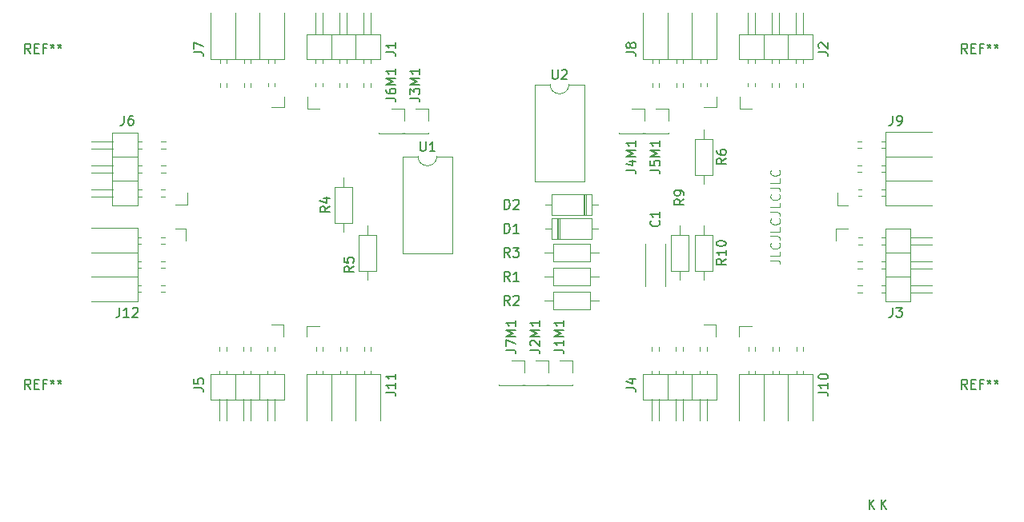
<source format=gbr>
%TF.GenerationSoftware,KiCad,Pcbnew,(5.0.2)-1*%
%TF.CreationDate,2019-05-02T00:01:05-05:00*%
%TF.ProjectId,vcaMain,7663614d-6169-46e2-9e6b-696361645f70,rev?*%
%TF.SameCoordinates,Original*%
%TF.FileFunction,Legend,Top*%
%TF.FilePolarity,Positive*%
%FSLAX46Y46*%
G04 Gerber Fmt 4.6, Leading zero omitted, Abs format (unit mm)*
G04 Created by KiCad (PCBNEW (5.0.2)-1) date 5/2/2019 12:01:05 AM*
%MOMM*%
%LPD*%
G01*
G04 APERTURE LIST*
%ADD10C,0.100000*%
%ADD11C,0.120000*%
%ADD12C,0.150000*%
G04 APERTURE END LIST*
D10*
X173442380Y-101139047D02*
X174156666Y-101139047D01*
X174299523Y-101186666D01*
X174394761Y-101281904D01*
X174442380Y-101424761D01*
X174442380Y-101520000D01*
X174442380Y-100186666D02*
X174442380Y-100662857D01*
X173442380Y-100662857D01*
X174347142Y-99281904D02*
X174394761Y-99329523D01*
X174442380Y-99472380D01*
X174442380Y-99567619D01*
X174394761Y-99710476D01*
X174299523Y-99805714D01*
X174204285Y-99853333D01*
X174013809Y-99900952D01*
X173870952Y-99900952D01*
X173680476Y-99853333D01*
X173585238Y-99805714D01*
X173490000Y-99710476D01*
X173442380Y-99567619D01*
X173442380Y-99472380D01*
X173490000Y-99329523D01*
X173537619Y-99281904D01*
X173442380Y-98567619D02*
X174156666Y-98567619D01*
X174299523Y-98615238D01*
X174394761Y-98710476D01*
X174442380Y-98853333D01*
X174442380Y-98948571D01*
X174442380Y-97615238D02*
X174442380Y-98091428D01*
X173442380Y-98091428D01*
X174347142Y-96710476D02*
X174394761Y-96758095D01*
X174442380Y-96900952D01*
X174442380Y-96996190D01*
X174394761Y-97139047D01*
X174299523Y-97234285D01*
X174204285Y-97281904D01*
X174013809Y-97329523D01*
X173870952Y-97329523D01*
X173680476Y-97281904D01*
X173585238Y-97234285D01*
X173490000Y-97139047D01*
X173442380Y-96996190D01*
X173442380Y-96900952D01*
X173490000Y-96758095D01*
X173537619Y-96710476D01*
X173442380Y-95996190D02*
X174156666Y-95996190D01*
X174299523Y-96043809D01*
X174394761Y-96139047D01*
X174442380Y-96281904D01*
X174442380Y-96377142D01*
X174442380Y-95043809D02*
X174442380Y-95520000D01*
X173442380Y-95520000D01*
X174347142Y-94139047D02*
X174394761Y-94186666D01*
X174442380Y-94329523D01*
X174442380Y-94424761D01*
X174394761Y-94567619D01*
X174299523Y-94662857D01*
X174204285Y-94710476D01*
X174013809Y-94758095D01*
X173870952Y-94758095D01*
X173680476Y-94710476D01*
X173585238Y-94662857D01*
X173490000Y-94567619D01*
X173442380Y-94424761D01*
X173442380Y-94329523D01*
X173490000Y-94186666D01*
X173537619Y-94139047D01*
X173442380Y-93424761D02*
X174156666Y-93424761D01*
X174299523Y-93472380D01*
X174394761Y-93567619D01*
X174442380Y-93710476D01*
X174442380Y-93805714D01*
X174442380Y-92472380D02*
X174442380Y-92948571D01*
X173442380Y-92948571D01*
X174347142Y-91567619D02*
X174394761Y-91615238D01*
X174442380Y-91758095D01*
X174442380Y-91853333D01*
X174394761Y-91996190D01*
X174299523Y-92091428D01*
X174204285Y-92139047D01*
X174013809Y-92186666D01*
X173870952Y-92186666D01*
X173680476Y-92139047D01*
X173585238Y-92091428D01*
X173490000Y-91996190D01*
X173442380Y-91853333D01*
X173442380Y-91758095D01*
X173490000Y-91615238D01*
X173537619Y-91567619D01*
D11*
X166730000Y-79820000D02*
X166730000Y-80230000D01*
X166730000Y-82330000D02*
X166730000Y-82710000D01*
X166010000Y-79820000D02*
X166010000Y-80230000D01*
X166010000Y-82330000D02*
X166010000Y-82710000D01*
X164190000Y-79820000D02*
X164190000Y-80230000D01*
X164190000Y-82330000D02*
X164190000Y-82770000D01*
X163470000Y-79820000D02*
X163470000Y-80230000D01*
X163470000Y-82330000D02*
X163470000Y-82770000D01*
X161650000Y-79820000D02*
X161650000Y-80230000D01*
X161650000Y-82330000D02*
X161650000Y-82770000D01*
X160930000Y-79820000D02*
X160930000Y-80230000D01*
X160930000Y-82330000D02*
X160930000Y-82770000D01*
X165100000Y-74930000D02*
X165100000Y-79820000D01*
X162560000Y-74930000D02*
X162560000Y-79820000D01*
X167703500Y-74930000D02*
X167703500Y-79819500D01*
X167703500Y-79819500D02*
X159956500Y-79819500D01*
X159956500Y-74930000D02*
X159956500Y-79819500D01*
X167700000Y-84930000D02*
X166370000Y-84930000D01*
X167700000Y-83820000D02*
X167700000Y-84930000D01*
X185610000Y-94340000D02*
X185200000Y-94340000D01*
X183100000Y-94340000D02*
X182720000Y-94340000D01*
X185610000Y-93620000D02*
X185200000Y-93620000D01*
X183100000Y-93620000D02*
X182720000Y-93620000D01*
X185610000Y-91800000D02*
X185200000Y-91800000D01*
X183100000Y-91800000D02*
X182660000Y-91800000D01*
X185610000Y-91080000D02*
X185200000Y-91080000D01*
X183100000Y-91080000D02*
X182660000Y-91080000D01*
X185610000Y-89260000D02*
X185200000Y-89260000D01*
X183100000Y-89260000D02*
X182660000Y-89260000D01*
X185610000Y-88540000D02*
X185200000Y-88540000D01*
X183100000Y-88540000D02*
X182660000Y-88540000D01*
X190500000Y-92710000D02*
X185610000Y-92710000D01*
X190500000Y-90170000D02*
X185610000Y-90170000D01*
X190500000Y-95313500D02*
X185610500Y-95313500D01*
X185610500Y-95313500D02*
X185610500Y-87566500D01*
X190500000Y-87566500D02*
X185610500Y-87566500D01*
X180500000Y-95310000D02*
X180500000Y-93980000D01*
X181610000Y-95310000D02*
X180500000Y-95310000D01*
X171090000Y-113220000D02*
X171090000Y-112810000D01*
X171090000Y-110710000D02*
X171090000Y-110330000D01*
X171810000Y-113220000D02*
X171810000Y-112810000D01*
X171810000Y-110710000D02*
X171810000Y-110330000D01*
X173630000Y-113220000D02*
X173630000Y-112810000D01*
X173630000Y-110710000D02*
X173630000Y-110270000D01*
X174350000Y-113220000D02*
X174350000Y-112810000D01*
X174350000Y-110710000D02*
X174350000Y-110270000D01*
X176170000Y-113220000D02*
X176170000Y-112810000D01*
X176170000Y-110710000D02*
X176170000Y-110270000D01*
X176890000Y-113220000D02*
X176890000Y-112810000D01*
X176890000Y-110710000D02*
X176890000Y-110270000D01*
X172720000Y-118110000D02*
X172720000Y-113220000D01*
X175260000Y-118110000D02*
X175260000Y-113220000D01*
X170116500Y-118110000D02*
X170116500Y-113220500D01*
X170116500Y-113220500D02*
X177863500Y-113220500D01*
X177863500Y-118110000D02*
X177863500Y-113220500D01*
X170120000Y-108110000D02*
X171450000Y-108110000D01*
X170120000Y-109220000D02*
X170120000Y-108110000D01*
X125370000Y-113220000D02*
X125370000Y-112810000D01*
X125370000Y-110710000D02*
X125370000Y-110330000D01*
X126090000Y-113220000D02*
X126090000Y-112810000D01*
X126090000Y-110710000D02*
X126090000Y-110330000D01*
X127910000Y-113220000D02*
X127910000Y-112810000D01*
X127910000Y-110710000D02*
X127910000Y-110270000D01*
X128630000Y-113220000D02*
X128630000Y-112810000D01*
X128630000Y-110710000D02*
X128630000Y-110270000D01*
X130450000Y-113220000D02*
X130450000Y-112810000D01*
X130450000Y-110710000D02*
X130450000Y-110270000D01*
X131170000Y-113220000D02*
X131170000Y-112810000D01*
X131170000Y-110710000D02*
X131170000Y-110270000D01*
X127000000Y-118110000D02*
X127000000Y-113220000D01*
X129540000Y-118110000D02*
X129540000Y-113220000D01*
X124396500Y-118110000D02*
X124396500Y-113220500D01*
X124396500Y-113220500D02*
X132143500Y-113220500D01*
X132143500Y-118110000D02*
X132143500Y-113220500D01*
X124400000Y-108110000D02*
X125730000Y-108110000D01*
X124400000Y-109220000D02*
X124400000Y-108110000D01*
X106490000Y-98700000D02*
X106900000Y-98700000D01*
X109000000Y-98700000D02*
X109380000Y-98700000D01*
X106490000Y-99420000D02*
X106900000Y-99420000D01*
X109000000Y-99420000D02*
X109380000Y-99420000D01*
X106490000Y-101240000D02*
X106900000Y-101240000D01*
X109000000Y-101240000D02*
X109440000Y-101240000D01*
X106490000Y-101960000D02*
X106900000Y-101960000D01*
X109000000Y-101960000D02*
X109440000Y-101960000D01*
X106490000Y-103780000D02*
X106900000Y-103780000D01*
X109000000Y-103780000D02*
X109440000Y-103780000D01*
X106490000Y-104500000D02*
X106900000Y-104500000D01*
X109000000Y-104500000D02*
X109440000Y-104500000D01*
X101600000Y-100330000D02*
X106490000Y-100330000D01*
X101600000Y-102870000D02*
X106490000Y-102870000D01*
X101600000Y-97726500D02*
X106489500Y-97726500D01*
X106489500Y-97726500D02*
X106489500Y-105473500D01*
X101600000Y-105473500D02*
X106489500Y-105473500D01*
X111600000Y-97730000D02*
X111600000Y-99060000D01*
X110490000Y-97730000D02*
X111600000Y-97730000D01*
X121010000Y-79820000D02*
X121010000Y-80230000D01*
X121010000Y-82330000D02*
X121010000Y-82710000D01*
X120290000Y-79820000D02*
X120290000Y-80230000D01*
X120290000Y-82330000D02*
X120290000Y-82710000D01*
X118470000Y-79820000D02*
X118470000Y-80230000D01*
X118470000Y-82330000D02*
X118470000Y-82770000D01*
X117750000Y-79820000D02*
X117750000Y-80230000D01*
X117750000Y-82330000D02*
X117750000Y-82770000D01*
X115930000Y-79820000D02*
X115930000Y-80230000D01*
X115930000Y-82330000D02*
X115930000Y-82770000D01*
X115210000Y-79820000D02*
X115210000Y-80230000D01*
X115210000Y-82330000D02*
X115210000Y-82770000D01*
X119380000Y-74930000D02*
X119380000Y-79820000D01*
X116840000Y-74930000D02*
X116840000Y-79820000D01*
X121983500Y-74930000D02*
X121983500Y-79819500D01*
X121983500Y-79819500D02*
X114236500Y-79819500D01*
X114236500Y-74930000D02*
X114236500Y-79819500D01*
X121980000Y-84930000D02*
X120650000Y-84930000D01*
X121980000Y-83820000D02*
X121980000Y-84930000D01*
X124460000Y-85090000D02*
X124460000Y-83820000D01*
X125730000Y-85090000D02*
X124460000Y-85090000D01*
X131190000Y-82777071D02*
X131190000Y-82322929D01*
X130430000Y-82777071D02*
X130430000Y-82322929D01*
X131190000Y-80237071D02*
X131190000Y-79840000D01*
X130430000Y-80237071D02*
X130430000Y-79840000D01*
X131191000Y-74930000D02*
X131191000Y-77216000D01*
X130429000Y-77216000D02*
X130429000Y-74930000D01*
X129540000Y-79840000D02*
X129540000Y-77180000D01*
X128650000Y-82777071D02*
X128650000Y-82322929D01*
X127890000Y-82777071D02*
X127890000Y-82322929D01*
X128650000Y-80237071D02*
X128650000Y-79840000D01*
X127890000Y-80237071D02*
X127890000Y-79840000D01*
X128651000Y-74930000D02*
X128651000Y-77216000D01*
X127889000Y-77216000D02*
X127889000Y-74930000D01*
X127000000Y-79840000D02*
X127000000Y-77180000D01*
X126110000Y-82710000D02*
X126110000Y-82322929D01*
X125350000Y-82710000D02*
X125350000Y-82322929D01*
X126110000Y-80237071D02*
X126110000Y-79840000D01*
X125350000Y-80237071D02*
X125350000Y-79840000D01*
X126111000Y-74930000D02*
X126111000Y-77216000D01*
X125349000Y-77216000D02*
X125349000Y-74930000D01*
X124400000Y-77180000D02*
X124400000Y-79840000D01*
X132140000Y-77180000D02*
X124400000Y-77180000D01*
X132140000Y-79840000D02*
X132140000Y-77180000D01*
X124400000Y-79840000D02*
X132140000Y-79840000D01*
X170180000Y-85090000D02*
X170180000Y-83820000D01*
X171450000Y-85090000D02*
X170180000Y-85090000D01*
X176910000Y-82777071D02*
X176910000Y-82322929D01*
X176150000Y-82777071D02*
X176150000Y-82322929D01*
X176910000Y-80237071D02*
X176910000Y-79840000D01*
X176150000Y-80237071D02*
X176150000Y-79840000D01*
X176911000Y-74930000D02*
X176911000Y-77216000D01*
X176149000Y-77216000D02*
X176149000Y-74930000D01*
X175260000Y-79840000D02*
X175260000Y-77180000D01*
X174370000Y-82777071D02*
X174370000Y-82322929D01*
X173610000Y-82777071D02*
X173610000Y-82322929D01*
X174370000Y-80237071D02*
X174370000Y-79840000D01*
X173610000Y-80237071D02*
X173610000Y-79840000D01*
X174371000Y-74930000D02*
X174371000Y-77216000D01*
X173609000Y-77216000D02*
X173609000Y-74930000D01*
X172720000Y-79840000D02*
X172720000Y-77180000D01*
X171830000Y-82710000D02*
X171830000Y-82322929D01*
X171070000Y-82710000D02*
X171070000Y-82322929D01*
X171830000Y-80237071D02*
X171830000Y-79840000D01*
X171070000Y-80237071D02*
X171070000Y-79840000D01*
X171831000Y-74930000D02*
X171831000Y-77216000D01*
X171069000Y-77216000D02*
X171069000Y-74930000D01*
X170120000Y-77180000D02*
X170120000Y-79840000D01*
X177860000Y-77180000D02*
X170120000Y-77180000D01*
X177860000Y-79840000D02*
X177860000Y-77180000D01*
X170120000Y-79840000D02*
X177860000Y-79840000D01*
X180340000Y-97790000D02*
X181610000Y-97790000D01*
X180340000Y-99060000D02*
X180340000Y-97790000D01*
X182652929Y-104520000D02*
X183107071Y-104520000D01*
X182652929Y-103760000D02*
X183107071Y-103760000D01*
X185192929Y-104520000D02*
X185590000Y-104520000D01*
X185192929Y-103760000D02*
X185590000Y-103760000D01*
X190500000Y-104521000D02*
X188214000Y-104521000D01*
X188214000Y-103759000D02*
X190500000Y-103759000D01*
X185590000Y-102870000D02*
X188250000Y-102870000D01*
X182652929Y-101980000D02*
X183107071Y-101980000D01*
X182652929Y-101220000D02*
X183107071Y-101220000D01*
X185192929Y-101980000D02*
X185590000Y-101980000D01*
X185192929Y-101220000D02*
X185590000Y-101220000D01*
X190500000Y-101981000D02*
X188214000Y-101981000D01*
X188214000Y-101219000D02*
X190500000Y-101219000D01*
X185590000Y-100330000D02*
X188250000Y-100330000D01*
X182720000Y-99440000D02*
X183107071Y-99440000D01*
X182720000Y-98680000D02*
X183107071Y-98680000D01*
X185192929Y-99440000D02*
X185590000Y-99440000D01*
X185192929Y-98680000D02*
X185590000Y-98680000D01*
X190500000Y-99441000D02*
X188214000Y-99441000D01*
X188214000Y-98679000D02*
X190500000Y-98679000D01*
X188250000Y-97730000D02*
X185590000Y-97730000D01*
X188250000Y-105470000D02*
X188250000Y-97730000D01*
X185590000Y-105470000D02*
X188250000Y-105470000D01*
X185590000Y-97730000D02*
X185590000Y-105470000D01*
X167640000Y-107950000D02*
X167640000Y-109220000D01*
X166370000Y-107950000D02*
X167640000Y-107950000D01*
X160910000Y-110262929D02*
X160910000Y-110717071D01*
X161670000Y-110262929D02*
X161670000Y-110717071D01*
X160910000Y-112802929D02*
X160910000Y-113200000D01*
X161670000Y-112802929D02*
X161670000Y-113200000D01*
X160909000Y-118110000D02*
X160909000Y-115824000D01*
X161671000Y-115824000D02*
X161671000Y-118110000D01*
X162560000Y-113200000D02*
X162560000Y-115860000D01*
X163450000Y-110262929D02*
X163450000Y-110717071D01*
X164210000Y-110262929D02*
X164210000Y-110717071D01*
X163450000Y-112802929D02*
X163450000Y-113200000D01*
X164210000Y-112802929D02*
X164210000Y-113200000D01*
X163449000Y-118110000D02*
X163449000Y-115824000D01*
X164211000Y-115824000D02*
X164211000Y-118110000D01*
X165100000Y-113200000D02*
X165100000Y-115860000D01*
X165990000Y-110330000D02*
X165990000Y-110717071D01*
X166750000Y-110330000D02*
X166750000Y-110717071D01*
X165990000Y-112802929D02*
X165990000Y-113200000D01*
X166750000Y-112802929D02*
X166750000Y-113200000D01*
X165989000Y-118110000D02*
X165989000Y-115824000D01*
X166751000Y-115824000D02*
X166751000Y-118110000D01*
X167700000Y-115860000D02*
X167700000Y-113200000D01*
X159960000Y-115860000D02*
X167700000Y-115860000D01*
X159960000Y-113200000D02*
X159960000Y-115860000D01*
X167700000Y-113200000D02*
X159960000Y-113200000D01*
X121920000Y-107950000D02*
X121920000Y-109220000D01*
X120650000Y-107950000D02*
X121920000Y-107950000D01*
X115190000Y-110262929D02*
X115190000Y-110717071D01*
X115950000Y-110262929D02*
X115950000Y-110717071D01*
X115190000Y-112802929D02*
X115190000Y-113200000D01*
X115950000Y-112802929D02*
X115950000Y-113200000D01*
X115189000Y-118110000D02*
X115189000Y-115824000D01*
X115951000Y-115824000D02*
X115951000Y-118110000D01*
X116840000Y-113200000D02*
X116840000Y-115860000D01*
X117730000Y-110262929D02*
X117730000Y-110717071D01*
X118490000Y-110262929D02*
X118490000Y-110717071D01*
X117730000Y-112802929D02*
X117730000Y-113200000D01*
X118490000Y-112802929D02*
X118490000Y-113200000D01*
X117729000Y-118110000D02*
X117729000Y-115824000D01*
X118491000Y-115824000D02*
X118491000Y-118110000D01*
X119380000Y-113200000D02*
X119380000Y-115860000D01*
X120270000Y-110330000D02*
X120270000Y-110717071D01*
X121030000Y-110330000D02*
X121030000Y-110717071D01*
X120270000Y-112802929D02*
X120270000Y-113200000D01*
X121030000Y-112802929D02*
X121030000Y-113200000D01*
X120269000Y-118110000D02*
X120269000Y-115824000D01*
X121031000Y-115824000D02*
X121031000Y-118110000D01*
X121980000Y-115860000D02*
X121980000Y-113200000D01*
X114240000Y-115860000D02*
X121980000Y-115860000D01*
X114240000Y-113200000D02*
X114240000Y-115860000D01*
X121980000Y-113200000D02*
X114240000Y-113200000D01*
X111760000Y-95250000D02*
X110490000Y-95250000D01*
X111760000Y-93980000D02*
X111760000Y-95250000D01*
X109447071Y-88520000D02*
X108992929Y-88520000D01*
X109447071Y-89280000D02*
X108992929Y-89280000D01*
X106907071Y-88520000D02*
X106510000Y-88520000D01*
X106907071Y-89280000D02*
X106510000Y-89280000D01*
X101600000Y-88519000D02*
X103886000Y-88519000D01*
X103886000Y-89281000D02*
X101600000Y-89281000D01*
X106510000Y-90170000D02*
X103850000Y-90170000D01*
X109447071Y-91060000D02*
X108992929Y-91060000D01*
X109447071Y-91820000D02*
X108992929Y-91820000D01*
X106907071Y-91060000D02*
X106510000Y-91060000D01*
X106907071Y-91820000D02*
X106510000Y-91820000D01*
X101600000Y-91059000D02*
X103886000Y-91059000D01*
X103886000Y-91821000D02*
X101600000Y-91821000D01*
X106510000Y-92710000D02*
X103850000Y-92710000D01*
X109380000Y-93600000D02*
X108992929Y-93600000D01*
X109380000Y-94360000D02*
X108992929Y-94360000D01*
X106907071Y-93600000D02*
X106510000Y-93600000D01*
X106907071Y-94360000D02*
X106510000Y-94360000D01*
X101600000Y-93599000D02*
X103886000Y-93599000D01*
X103886000Y-94361000D02*
X101600000Y-94361000D01*
X103850000Y-95310000D02*
X106510000Y-95310000D01*
X103850000Y-87570000D02*
X103850000Y-95310000D01*
X106510000Y-87570000D02*
X103850000Y-87570000D01*
X106510000Y-95310000D02*
X106510000Y-87570000D01*
X130810000Y-97460000D02*
X130810000Y-98410000D01*
X130810000Y-103200000D02*
X130810000Y-102250000D01*
X129890000Y-98410000D02*
X129890000Y-102250000D01*
X131730000Y-98410000D02*
X129890000Y-98410000D01*
X131730000Y-102250000D02*
X131730000Y-98410000D01*
X129890000Y-102250000D02*
X131730000Y-102250000D01*
X160220000Y-103910000D02*
X160220000Y-99370000D01*
X162360000Y-103910000D02*
X162360000Y-99370000D01*
X160220000Y-103910000D02*
X160235000Y-103910000D01*
X162345000Y-103910000D02*
X162360000Y-103910000D01*
X160220000Y-99370000D02*
X160235000Y-99370000D01*
X162345000Y-99370000D02*
X162360000Y-99370000D01*
X150280000Y-96670000D02*
X150280000Y-98910000D01*
X150280000Y-98910000D02*
X154520000Y-98910000D01*
X154520000Y-98910000D02*
X154520000Y-96670000D01*
X154520000Y-96670000D02*
X150280000Y-96670000D01*
X149630000Y-97790000D02*
X150280000Y-97790000D01*
X155170000Y-97790000D02*
X154520000Y-97790000D01*
X151000000Y-96670000D02*
X151000000Y-98910000D01*
X151120000Y-96670000D02*
X151120000Y-98910000D01*
X150880000Y-96670000D02*
X150880000Y-98910000D01*
X154520000Y-96370000D02*
X154520000Y-94130000D01*
X154520000Y-94130000D02*
X150280000Y-94130000D01*
X150280000Y-94130000D02*
X150280000Y-96370000D01*
X150280000Y-96370000D02*
X154520000Y-96370000D01*
X155170000Y-95250000D02*
X154520000Y-95250000D01*
X149630000Y-95250000D02*
X150280000Y-95250000D01*
X153800000Y-96370000D02*
X153800000Y-94130000D01*
X153680000Y-96370000D02*
X153680000Y-94130000D01*
X153920000Y-96370000D02*
X153920000Y-94130000D01*
X149800000Y-114360000D02*
X152460000Y-114360000D01*
X149800000Y-114240000D02*
X149800000Y-114360000D01*
X152460000Y-114240000D02*
X152460000Y-114360000D01*
X152460000Y-111700000D02*
X152460000Y-113030000D01*
X151130000Y-111700000D02*
X152460000Y-111700000D01*
X148590000Y-111700000D02*
X149920000Y-111700000D01*
X149920000Y-111700000D02*
X149920000Y-113030000D01*
X149920000Y-114240000D02*
X149920000Y-114360000D01*
X147260000Y-114240000D02*
X147260000Y-114360000D01*
X147260000Y-114360000D02*
X149920000Y-114360000D01*
X134560000Y-87690000D02*
X137220000Y-87690000D01*
X134560000Y-87570000D02*
X134560000Y-87690000D01*
X137220000Y-87570000D02*
X137220000Y-87690000D01*
X137220000Y-85030000D02*
X137220000Y-86360000D01*
X135890000Y-85030000D02*
X137220000Y-85030000D01*
X158750000Y-85030000D02*
X160080000Y-85030000D01*
X160080000Y-85030000D02*
X160080000Y-86360000D01*
X160080000Y-87570000D02*
X160080000Y-87690000D01*
X157420000Y-87570000D02*
X157420000Y-87690000D01*
X157420000Y-87690000D02*
X160080000Y-87690000D01*
X159960000Y-87690000D02*
X162620000Y-87690000D01*
X159960000Y-87570000D02*
X159960000Y-87690000D01*
X162620000Y-87570000D02*
X162620000Y-87690000D01*
X162620000Y-85030000D02*
X162620000Y-86360000D01*
X161290000Y-85030000D02*
X162620000Y-85030000D01*
X133350000Y-85030000D02*
X134680000Y-85030000D01*
X134680000Y-85030000D02*
X134680000Y-86360000D01*
X134680000Y-87570000D02*
X134680000Y-87690000D01*
X132020000Y-87570000D02*
X132020000Y-87690000D01*
X132020000Y-87690000D02*
X134680000Y-87690000D01*
X150480000Y-101950000D02*
X150480000Y-103790000D01*
X150480000Y-103790000D02*
X154320000Y-103790000D01*
X154320000Y-103790000D02*
X154320000Y-101950000D01*
X154320000Y-101950000D02*
X150480000Y-101950000D01*
X149530000Y-102870000D02*
X150480000Y-102870000D01*
X155270000Y-102870000D02*
X154320000Y-102870000D01*
X150480000Y-104490000D02*
X150480000Y-106330000D01*
X150480000Y-106330000D02*
X154320000Y-106330000D01*
X154320000Y-106330000D02*
X154320000Y-104490000D01*
X154320000Y-104490000D02*
X150480000Y-104490000D01*
X149530000Y-105410000D02*
X150480000Y-105410000D01*
X155270000Y-105410000D02*
X154320000Y-105410000D01*
X155270000Y-100330000D02*
X154320000Y-100330000D01*
X149530000Y-100330000D02*
X150480000Y-100330000D01*
X154320000Y-99410000D02*
X150480000Y-99410000D01*
X154320000Y-101250000D02*
X154320000Y-99410000D01*
X150480000Y-101250000D02*
X154320000Y-101250000D01*
X150480000Y-99410000D02*
X150480000Y-101250000D01*
X127350000Y-97170000D02*
X129190000Y-97170000D01*
X129190000Y-97170000D02*
X129190000Y-93330000D01*
X129190000Y-93330000D02*
X127350000Y-93330000D01*
X127350000Y-93330000D02*
X127350000Y-97170000D01*
X128270000Y-98120000D02*
X128270000Y-97170000D01*
X128270000Y-92380000D02*
X128270000Y-93330000D01*
X166370000Y-93040000D02*
X166370000Y-92090000D01*
X166370000Y-87300000D02*
X166370000Y-88250000D01*
X167290000Y-92090000D02*
X167290000Y-88250000D01*
X165450000Y-92090000D02*
X167290000Y-92090000D01*
X165450000Y-88250000D02*
X165450000Y-92090000D01*
X167290000Y-88250000D02*
X165450000Y-88250000D01*
X162910000Y-102250000D02*
X164750000Y-102250000D01*
X164750000Y-102250000D02*
X164750000Y-98410000D01*
X164750000Y-98410000D02*
X162910000Y-98410000D01*
X162910000Y-98410000D02*
X162910000Y-102250000D01*
X163830000Y-103200000D02*
X163830000Y-102250000D01*
X163830000Y-97460000D02*
X163830000Y-98410000D01*
X166370000Y-97460000D02*
X166370000Y-98410000D01*
X166370000Y-103200000D02*
X166370000Y-102250000D01*
X165450000Y-98410000D02*
X165450000Y-102250000D01*
X167290000Y-98410000D02*
X165450000Y-98410000D01*
X167290000Y-102250000D02*
X167290000Y-98410000D01*
X165450000Y-102250000D02*
X167290000Y-102250000D01*
X152130000Y-82490000D02*
G75*
G02X150130000Y-82490000I-1000000J0D01*
G01*
X150130000Y-82490000D02*
X148480000Y-82490000D01*
X148480000Y-82490000D02*
X148480000Y-92770000D01*
X148480000Y-92770000D02*
X153780000Y-92770000D01*
X153780000Y-92770000D02*
X153780000Y-82490000D01*
X153780000Y-82490000D02*
X152130000Y-82490000D01*
X144720000Y-114360000D02*
X147380000Y-114360000D01*
X144720000Y-114240000D02*
X144720000Y-114360000D01*
X147380000Y-114240000D02*
X147380000Y-114360000D01*
X147380000Y-111700000D02*
X147380000Y-113030000D01*
X146050000Y-111700000D02*
X147380000Y-111700000D01*
X138160000Y-90110000D02*
G75*
G02X136160000Y-90110000I-1000000J0D01*
G01*
X136160000Y-90110000D02*
X134510000Y-90110000D01*
X134510000Y-90110000D02*
X134510000Y-100390000D01*
X134510000Y-100390000D02*
X139810000Y-100390000D01*
X139810000Y-100390000D02*
X139810000Y-90110000D01*
X139810000Y-90110000D02*
X138160000Y-90110000D01*
D12*
X158202380Y-79073333D02*
X158916666Y-79073333D01*
X159059523Y-79120952D01*
X159154761Y-79216190D01*
X159202380Y-79359047D01*
X159202380Y-79454285D01*
X158630952Y-78454285D02*
X158583333Y-78549523D01*
X158535714Y-78597142D01*
X158440476Y-78644761D01*
X158392857Y-78644761D01*
X158297619Y-78597142D01*
X158250000Y-78549523D01*
X158202380Y-78454285D01*
X158202380Y-78263809D01*
X158250000Y-78168571D01*
X158297619Y-78120952D01*
X158392857Y-78073333D01*
X158440476Y-78073333D01*
X158535714Y-78120952D01*
X158583333Y-78168571D01*
X158630952Y-78263809D01*
X158630952Y-78454285D01*
X158678571Y-78549523D01*
X158726190Y-78597142D01*
X158821428Y-78644761D01*
X159011904Y-78644761D01*
X159107142Y-78597142D01*
X159154761Y-78549523D01*
X159202380Y-78454285D01*
X159202380Y-78263809D01*
X159154761Y-78168571D01*
X159107142Y-78120952D01*
X159011904Y-78073333D01*
X158821428Y-78073333D01*
X158726190Y-78120952D01*
X158678571Y-78168571D01*
X158630952Y-78263809D01*
X186356666Y-85812380D02*
X186356666Y-86526666D01*
X186309047Y-86669523D01*
X186213809Y-86764761D01*
X186070952Y-86812380D01*
X185975714Y-86812380D01*
X186880476Y-86812380D02*
X187070952Y-86812380D01*
X187166190Y-86764761D01*
X187213809Y-86717142D01*
X187309047Y-86574285D01*
X187356666Y-86383809D01*
X187356666Y-86002857D01*
X187309047Y-85907619D01*
X187261428Y-85860000D01*
X187166190Y-85812380D01*
X186975714Y-85812380D01*
X186880476Y-85860000D01*
X186832857Y-85907619D01*
X186785238Y-86002857D01*
X186785238Y-86240952D01*
X186832857Y-86336190D01*
X186880476Y-86383809D01*
X186975714Y-86431428D01*
X187166190Y-86431428D01*
X187261428Y-86383809D01*
X187309047Y-86336190D01*
X187356666Y-86240952D01*
X178522380Y-115109523D02*
X179236666Y-115109523D01*
X179379523Y-115157142D01*
X179474761Y-115252380D01*
X179522380Y-115395238D01*
X179522380Y-115490476D01*
X179522380Y-114109523D02*
X179522380Y-114680952D01*
X179522380Y-114395238D02*
X178522380Y-114395238D01*
X178665238Y-114490476D01*
X178760476Y-114585714D01*
X178808095Y-114680952D01*
X178522380Y-113490476D02*
X178522380Y-113395238D01*
X178570000Y-113300000D01*
X178617619Y-113252380D01*
X178712857Y-113204761D01*
X178903333Y-113157142D01*
X179141428Y-113157142D01*
X179331904Y-113204761D01*
X179427142Y-113252380D01*
X179474761Y-113300000D01*
X179522380Y-113395238D01*
X179522380Y-113490476D01*
X179474761Y-113585714D01*
X179427142Y-113633333D01*
X179331904Y-113680952D01*
X179141428Y-113728571D01*
X178903333Y-113728571D01*
X178712857Y-113680952D01*
X178617619Y-113633333D01*
X178570000Y-113585714D01*
X178522380Y-113490476D01*
X132802380Y-115109523D02*
X133516666Y-115109523D01*
X133659523Y-115157142D01*
X133754761Y-115252380D01*
X133802380Y-115395238D01*
X133802380Y-115490476D01*
X133802380Y-114109523D02*
X133802380Y-114680952D01*
X133802380Y-114395238D02*
X132802380Y-114395238D01*
X132945238Y-114490476D01*
X133040476Y-114585714D01*
X133088095Y-114680952D01*
X133802380Y-113157142D02*
X133802380Y-113728571D01*
X133802380Y-113442857D02*
X132802380Y-113442857D01*
X132945238Y-113538095D01*
X133040476Y-113633333D01*
X133088095Y-113728571D01*
X104600476Y-106132380D02*
X104600476Y-106846666D01*
X104552857Y-106989523D01*
X104457619Y-107084761D01*
X104314761Y-107132380D01*
X104219523Y-107132380D01*
X105600476Y-107132380D02*
X105029047Y-107132380D01*
X105314761Y-107132380D02*
X105314761Y-106132380D01*
X105219523Y-106275238D01*
X105124285Y-106370476D01*
X105029047Y-106418095D01*
X105981428Y-106227619D02*
X106029047Y-106180000D01*
X106124285Y-106132380D01*
X106362380Y-106132380D01*
X106457619Y-106180000D01*
X106505238Y-106227619D01*
X106552857Y-106322857D01*
X106552857Y-106418095D01*
X106505238Y-106560952D01*
X105933809Y-107132380D01*
X106552857Y-107132380D01*
X112482380Y-79073333D02*
X113196666Y-79073333D01*
X113339523Y-79120952D01*
X113434761Y-79216190D01*
X113482380Y-79359047D01*
X113482380Y-79454285D01*
X112482380Y-78692380D02*
X112482380Y-78025714D01*
X113482380Y-78454285D01*
X132802380Y-79073333D02*
X133516666Y-79073333D01*
X133659523Y-79120952D01*
X133754761Y-79216190D01*
X133802380Y-79359047D01*
X133802380Y-79454285D01*
X133802380Y-78073333D02*
X133802380Y-78644761D01*
X133802380Y-78359047D02*
X132802380Y-78359047D01*
X132945238Y-78454285D01*
X133040476Y-78549523D01*
X133088095Y-78644761D01*
X178522380Y-79073333D02*
X179236666Y-79073333D01*
X179379523Y-79120952D01*
X179474761Y-79216190D01*
X179522380Y-79359047D01*
X179522380Y-79454285D01*
X178617619Y-78644761D02*
X178570000Y-78597142D01*
X178522380Y-78501904D01*
X178522380Y-78263809D01*
X178570000Y-78168571D01*
X178617619Y-78120952D01*
X178712857Y-78073333D01*
X178808095Y-78073333D01*
X178950952Y-78120952D01*
X179522380Y-78692380D01*
X179522380Y-78073333D01*
X186356666Y-106132380D02*
X186356666Y-106846666D01*
X186309047Y-106989523D01*
X186213809Y-107084761D01*
X186070952Y-107132380D01*
X185975714Y-107132380D01*
X186737619Y-106132380D02*
X187356666Y-106132380D01*
X187023333Y-106513333D01*
X187166190Y-106513333D01*
X187261428Y-106560952D01*
X187309047Y-106608571D01*
X187356666Y-106703809D01*
X187356666Y-106941904D01*
X187309047Y-107037142D01*
X187261428Y-107084761D01*
X187166190Y-107132380D01*
X186880476Y-107132380D01*
X186785238Y-107084761D01*
X186737619Y-107037142D01*
X158202380Y-114633333D02*
X158916666Y-114633333D01*
X159059523Y-114680952D01*
X159154761Y-114776190D01*
X159202380Y-114919047D01*
X159202380Y-115014285D01*
X158535714Y-113728571D02*
X159202380Y-113728571D01*
X158154761Y-113966666D02*
X158869047Y-114204761D01*
X158869047Y-113585714D01*
X112482380Y-114633333D02*
X113196666Y-114633333D01*
X113339523Y-114680952D01*
X113434761Y-114776190D01*
X113482380Y-114919047D01*
X113482380Y-115014285D01*
X112482380Y-113680952D02*
X112482380Y-114157142D01*
X112958571Y-114204761D01*
X112910952Y-114157142D01*
X112863333Y-114061904D01*
X112863333Y-113823809D01*
X112910952Y-113728571D01*
X112958571Y-113680952D01*
X113053809Y-113633333D01*
X113291904Y-113633333D01*
X113387142Y-113680952D01*
X113434761Y-113728571D01*
X113482380Y-113823809D01*
X113482380Y-114061904D01*
X113434761Y-114157142D01*
X113387142Y-114204761D01*
X105076666Y-85812380D02*
X105076666Y-86526666D01*
X105029047Y-86669523D01*
X104933809Y-86764761D01*
X104790952Y-86812380D01*
X104695714Y-86812380D01*
X105981428Y-85812380D02*
X105790952Y-85812380D01*
X105695714Y-85860000D01*
X105648095Y-85907619D01*
X105552857Y-86050476D01*
X105505238Y-86240952D01*
X105505238Y-86621904D01*
X105552857Y-86717142D01*
X105600476Y-86764761D01*
X105695714Y-86812380D01*
X105886190Y-86812380D01*
X105981428Y-86764761D01*
X106029047Y-86717142D01*
X106076666Y-86621904D01*
X106076666Y-86383809D01*
X106029047Y-86288571D01*
X105981428Y-86240952D01*
X105886190Y-86193333D01*
X105695714Y-86193333D01*
X105600476Y-86240952D01*
X105552857Y-86288571D01*
X105505238Y-86383809D01*
X129357380Y-101766666D02*
X128881190Y-102100000D01*
X129357380Y-102338095D02*
X128357380Y-102338095D01*
X128357380Y-101957142D01*
X128405000Y-101861904D01*
X128452619Y-101814285D01*
X128547857Y-101766666D01*
X128690714Y-101766666D01*
X128785952Y-101814285D01*
X128833571Y-101861904D01*
X128881190Y-101957142D01*
X128881190Y-102338095D01*
X128357380Y-100861904D02*
X128357380Y-101338095D01*
X128833571Y-101385714D01*
X128785952Y-101338095D01*
X128738333Y-101242857D01*
X128738333Y-101004761D01*
X128785952Y-100909523D01*
X128833571Y-100861904D01*
X128928809Y-100814285D01*
X129166904Y-100814285D01*
X129262142Y-100861904D01*
X129309761Y-100909523D01*
X129357380Y-101004761D01*
X129357380Y-101242857D01*
X129309761Y-101338095D01*
X129262142Y-101385714D01*
X161647142Y-96940666D02*
X161694761Y-96988285D01*
X161742380Y-97131142D01*
X161742380Y-97226380D01*
X161694761Y-97369238D01*
X161599523Y-97464476D01*
X161504285Y-97512095D01*
X161313809Y-97559714D01*
X161170952Y-97559714D01*
X160980476Y-97512095D01*
X160885238Y-97464476D01*
X160790000Y-97369238D01*
X160742380Y-97226380D01*
X160742380Y-97131142D01*
X160790000Y-96988285D01*
X160837619Y-96940666D01*
X161742380Y-95988285D02*
X161742380Y-96559714D01*
X161742380Y-96274000D02*
X160742380Y-96274000D01*
X160885238Y-96369238D01*
X160980476Y-96464476D01*
X161028095Y-96559714D01*
X145311904Y-98242380D02*
X145311904Y-97242380D01*
X145550000Y-97242380D01*
X145692857Y-97290000D01*
X145788095Y-97385238D01*
X145835714Y-97480476D01*
X145883333Y-97670952D01*
X145883333Y-97813809D01*
X145835714Y-98004285D01*
X145788095Y-98099523D01*
X145692857Y-98194761D01*
X145550000Y-98242380D01*
X145311904Y-98242380D01*
X146835714Y-98242380D02*
X146264285Y-98242380D01*
X146550000Y-98242380D02*
X146550000Y-97242380D01*
X146454761Y-97385238D01*
X146359523Y-97480476D01*
X146264285Y-97528095D01*
X183888095Y-127452380D02*
X183888095Y-126452380D01*
X184459523Y-127452380D02*
X184030952Y-126880952D01*
X184459523Y-126452380D02*
X183888095Y-127023809D01*
X145311904Y-95702380D02*
X145311904Y-94702380D01*
X145550000Y-94702380D01*
X145692857Y-94750000D01*
X145788095Y-94845238D01*
X145835714Y-94940476D01*
X145883333Y-95130952D01*
X145883333Y-95273809D01*
X145835714Y-95464285D01*
X145788095Y-95559523D01*
X145692857Y-95654761D01*
X145550000Y-95702380D01*
X145311904Y-95702380D01*
X146264285Y-94797619D02*
X146311904Y-94750000D01*
X146407142Y-94702380D01*
X146645238Y-94702380D01*
X146740476Y-94750000D01*
X146788095Y-94797619D01*
X146835714Y-94892857D01*
X146835714Y-94988095D01*
X146788095Y-95130952D01*
X146216666Y-95702380D01*
X146835714Y-95702380D01*
X185158095Y-127452380D02*
X185158095Y-126452380D01*
X185729523Y-127452380D02*
X185300952Y-126880952D01*
X185729523Y-126452380D02*
X185158095Y-127023809D01*
X150582380Y-110600952D02*
X151296666Y-110600952D01*
X151439523Y-110648571D01*
X151534761Y-110743809D01*
X151582380Y-110886666D01*
X151582380Y-110981904D01*
X151582380Y-109600952D02*
X151582380Y-110172380D01*
X151582380Y-109886666D02*
X150582380Y-109886666D01*
X150725238Y-109981904D01*
X150820476Y-110077142D01*
X150868095Y-110172380D01*
X151582380Y-109172380D02*
X150582380Y-109172380D01*
X151296666Y-108839047D01*
X150582380Y-108505714D01*
X151582380Y-108505714D01*
X151582380Y-107505714D02*
X151582380Y-108077142D01*
X151582380Y-107791428D02*
X150582380Y-107791428D01*
X150725238Y-107886666D01*
X150820476Y-107981904D01*
X150868095Y-108077142D01*
X148042380Y-110600952D02*
X148756666Y-110600952D01*
X148899523Y-110648571D01*
X148994761Y-110743809D01*
X149042380Y-110886666D01*
X149042380Y-110981904D01*
X148137619Y-110172380D02*
X148090000Y-110124761D01*
X148042380Y-110029523D01*
X148042380Y-109791428D01*
X148090000Y-109696190D01*
X148137619Y-109648571D01*
X148232857Y-109600952D01*
X148328095Y-109600952D01*
X148470952Y-109648571D01*
X149042380Y-110220000D01*
X149042380Y-109600952D01*
X149042380Y-109172380D02*
X148042380Y-109172380D01*
X148756666Y-108839047D01*
X148042380Y-108505714D01*
X149042380Y-108505714D01*
X149042380Y-107505714D02*
X149042380Y-108077142D01*
X149042380Y-107791428D02*
X148042380Y-107791428D01*
X148185238Y-107886666D01*
X148280476Y-107981904D01*
X148328095Y-108077142D01*
X135342380Y-83930952D02*
X136056666Y-83930952D01*
X136199523Y-83978571D01*
X136294761Y-84073809D01*
X136342380Y-84216666D01*
X136342380Y-84311904D01*
X135342380Y-83550000D02*
X135342380Y-82930952D01*
X135723333Y-83264285D01*
X135723333Y-83121428D01*
X135770952Y-83026190D01*
X135818571Y-82978571D01*
X135913809Y-82930952D01*
X136151904Y-82930952D01*
X136247142Y-82978571D01*
X136294761Y-83026190D01*
X136342380Y-83121428D01*
X136342380Y-83407142D01*
X136294761Y-83502380D01*
X136247142Y-83550000D01*
X136342380Y-82502380D02*
X135342380Y-82502380D01*
X136056666Y-82169047D01*
X135342380Y-81835714D01*
X136342380Y-81835714D01*
X136342380Y-80835714D02*
X136342380Y-81407142D01*
X136342380Y-81121428D02*
X135342380Y-81121428D01*
X135485238Y-81216666D01*
X135580476Y-81311904D01*
X135628095Y-81407142D01*
X158202380Y-91550952D02*
X158916666Y-91550952D01*
X159059523Y-91598571D01*
X159154761Y-91693809D01*
X159202380Y-91836666D01*
X159202380Y-91931904D01*
X158535714Y-90646190D02*
X159202380Y-90646190D01*
X158154761Y-90884285D02*
X158869047Y-91122380D01*
X158869047Y-90503333D01*
X159202380Y-90122380D02*
X158202380Y-90122380D01*
X158916666Y-89789047D01*
X158202380Y-89455714D01*
X159202380Y-89455714D01*
X159202380Y-88455714D02*
X159202380Y-89027142D01*
X159202380Y-88741428D02*
X158202380Y-88741428D01*
X158345238Y-88836666D01*
X158440476Y-88931904D01*
X158488095Y-89027142D01*
X160742380Y-91550952D02*
X161456666Y-91550952D01*
X161599523Y-91598571D01*
X161694761Y-91693809D01*
X161742380Y-91836666D01*
X161742380Y-91931904D01*
X160742380Y-90598571D02*
X160742380Y-91074761D01*
X161218571Y-91122380D01*
X161170952Y-91074761D01*
X161123333Y-90979523D01*
X161123333Y-90741428D01*
X161170952Y-90646190D01*
X161218571Y-90598571D01*
X161313809Y-90550952D01*
X161551904Y-90550952D01*
X161647142Y-90598571D01*
X161694761Y-90646190D01*
X161742380Y-90741428D01*
X161742380Y-90979523D01*
X161694761Y-91074761D01*
X161647142Y-91122380D01*
X161742380Y-90122380D02*
X160742380Y-90122380D01*
X161456666Y-89789047D01*
X160742380Y-89455714D01*
X161742380Y-89455714D01*
X161742380Y-88455714D02*
X161742380Y-89027142D01*
X161742380Y-88741428D02*
X160742380Y-88741428D01*
X160885238Y-88836666D01*
X160980476Y-88931904D01*
X161028095Y-89027142D01*
X132802380Y-83930952D02*
X133516666Y-83930952D01*
X133659523Y-83978571D01*
X133754761Y-84073809D01*
X133802380Y-84216666D01*
X133802380Y-84311904D01*
X132802380Y-83026190D02*
X132802380Y-83216666D01*
X132850000Y-83311904D01*
X132897619Y-83359523D01*
X133040476Y-83454761D01*
X133230952Y-83502380D01*
X133611904Y-83502380D01*
X133707142Y-83454761D01*
X133754761Y-83407142D01*
X133802380Y-83311904D01*
X133802380Y-83121428D01*
X133754761Y-83026190D01*
X133707142Y-82978571D01*
X133611904Y-82930952D01*
X133373809Y-82930952D01*
X133278571Y-82978571D01*
X133230952Y-83026190D01*
X133183333Y-83121428D01*
X133183333Y-83311904D01*
X133230952Y-83407142D01*
X133278571Y-83454761D01*
X133373809Y-83502380D01*
X133802380Y-82502380D02*
X132802380Y-82502380D01*
X133516666Y-82169047D01*
X132802380Y-81835714D01*
X133802380Y-81835714D01*
X133802380Y-80835714D02*
X133802380Y-81407142D01*
X133802380Y-81121428D02*
X132802380Y-81121428D01*
X132945238Y-81216666D01*
X133040476Y-81311904D01*
X133088095Y-81407142D01*
X145883333Y-103322380D02*
X145550000Y-102846190D01*
X145311904Y-103322380D02*
X145311904Y-102322380D01*
X145692857Y-102322380D01*
X145788095Y-102370000D01*
X145835714Y-102417619D01*
X145883333Y-102512857D01*
X145883333Y-102655714D01*
X145835714Y-102750952D01*
X145788095Y-102798571D01*
X145692857Y-102846190D01*
X145311904Y-102846190D01*
X146835714Y-103322380D02*
X146264285Y-103322380D01*
X146550000Y-103322380D02*
X146550000Y-102322380D01*
X146454761Y-102465238D01*
X146359523Y-102560476D01*
X146264285Y-102608095D01*
X145883333Y-105862380D02*
X145550000Y-105386190D01*
X145311904Y-105862380D02*
X145311904Y-104862380D01*
X145692857Y-104862380D01*
X145788095Y-104910000D01*
X145835714Y-104957619D01*
X145883333Y-105052857D01*
X145883333Y-105195714D01*
X145835714Y-105290952D01*
X145788095Y-105338571D01*
X145692857Y-105386190D01*
X145311904Y-105386190D01*
X146264285Y-104957619D02*
X146311904Y-104910000D01*
X146407142Y-104862380D01*
X146645238Y-104862380D01*
X146740476Y-104910000D01*
X146788095Y-104957619D01*
X146835714Y-105052857D01*
X146835714Y-105148095D01*
X146788095Y-105290952D01*
X146216666Y-105862380D01*
X146835714Y-105862380D01*
X145883333Y-100782380D02*
X145550000Y-100306190D01*
X145311904Y-100782380D02*
X145311904Y-99782380D01*
X145692857Y-99782380D01*
X145788095Y-99830000D01*
X145835714Y-99877619D01*
X145883333Y-99972857D01*
X145883333Y-100115714D01*
X145835714Y-100210952D01*
X145788095Y-100258571D01*
X145692857Y-100306190D01*
X145311904Y-100306190D01*
X146216666Y-99782380D02*
X146835714Y-99782380D01*
X146502380Y-100163333D01*
X146645238Y-100163333D01*
X146740476Y-100210952D01*
X146788095Y-100258571D01*
X146835714Y-100353809D01*
X146835714Y-100591904D01*
X146788095Y-100687142D01*
X146740476Y-100734761D01*
X146645238Y-100782380D01*
X146359523Y-100782380D01*
X146264285Y-100734761D01*
X146216666Y-100687142D01*
X126817380Y-95416666D02*
X126341190Y-95750000D01*
X126817380Y-95988095D02*
X125817380Y-95988095D01*
X125817380Y-95607142D01*
X125865000Y-95511904D01*
X125912619Y-95464285D01*
X126007857Y-95416666D01*
X126150714Y-95416666D01*
X126245952Y-95464285D01*
X126293571Y-95511904D01*
X126341190Y-95607142D01*
X126341190Y-95988095D01*
X126150714Y-94559523D02*
X126817380Y-94559523D01*
X125769761Y-94797619D02*
X126484047Y-95035714D01*
X126484047Y-94416666D01*
X168742380Y-90336666D02*
X168266190Y-90670000D01*
X168742380Y-90908095D02*
X167742380Y-90908095D01*
X167742380Y-90527142D01*
X167790000Y-90431904D01*
X167837619Y-90384285D01*
X167932857Y-90336666D01*
X168075714Y-90336666D01*
X168170952Y-90384285D01*
X168218571Y-90431904D01*
X168266190Y-90527142D01*
X168266190Y-90908095D01*
X167742380Y-89479523D02*
X167742380Y-89670000D01*
X167790000Y-89765238D01*
X167837619Y-89812857D01*
X167980476Y-89908095D01*
X168170952Y-89955714D01*
X168551904Y-89955714D01*
X168647142Y-89908095D01*
X168694761Y-89860476D01*
X168742380Y-89765238D01*
X168742380Y-89574761D01*
X168694761Y-89479523D01*
X168647142Y-89431904D01*
X168551904Y-89384285D01*
X168313809Y-89384285D01*
X168218571Y-89431904D01*
X168170952Y-89479523D01*
X168123333Y-89574761D01*
X168123333Y-89765238D01*
X168170952Y-89860476D01*
X168218571Y-89908095D01*
X168313809Y-89955714D01*
X164282380Y-94654666D02*
X163806190Y-94988000D01*
X164282380Y-95226095D02*
X163282380Y-95226095D01*
X163282380Y-94845142D01*
X163330000Y-94749904D01*
X163377619Y-94702285D01*
X163472857Y-94654666D01*
X163615714Y-94654666D01*
X163710952Y-94702285D01*
X163758571Y-94749904D01*
X163806190Y-94845142D01*
X163806190Y-95226095D01*
X164282380Y-94178476D02*
X164282380Y-93988000D01*
X164234761Y-93892761D01*
X164187142Y-93845142D01*
X164044285Y-93749904D01*
X163853809Y-93702285D01*
X163472857Y-93702285D01*
X163377619Y-93749904D01*
X163330000Y-93797523D01*
X163282380Y-93892761D01*
X163282380Y-94083238D01*
X163330000Y-94178476D01*
X163377619Y-94226095D01*
X163472857Y-94273714D01*
X163710952Y-94273714D01*
X163806190Y-94226095D01*
X163853809Y-94178476D01*
X163901428Y-94083238D01*
X163901428Y-93892761D01*
X163853809Y-93797523D01*
X163806190Y-93749904D01*
X163710952Y-93702285D01*
X168727380Y-100972857D02*
X168251190Y-101306190D01*
X168727380Y-101544285D02*
X167727380Y-101544285D01*
X167727380Y-101163333D01*
X167775000Y-101068095D01*
X167822619Y-101020476D01*
X167917857Y-100972857D01*
X168060714Y-100972857D01*
X168155952Y-101020476D01*
X168203571Y-101068095D01*
X168251190Y-101163333D01*
X168251190Y-101544285D01*
X168727380Y-100020476D02*
X168727380Y-100591904D01*
X168727380Y-100306190D02*
X167727380Y-100306190D01*
X167870238Y-100401428D01*
X167965476Y-100496666D01*
X168013095Y-100591904D01*
X167727380Y-99401428D02*
X167727380Y-99306190D01*
X167775000Y-99210952D01*
X167822619Y-99163333D01*
X167917857Y-99115714D01*
X168108333Y-99068095D01*
X168346428Y-99068095D01*
X168536904Y-99115714D01*
X168632142Y-99163333D01*
X168679761Y-99210952D01*
X168727380Y-99306190D01*
X168727380Y-99401428D01*
X168679761Y-99496666D01*
X168632142Y-99544285D01*
X168536904Y-99591904D01*
X168346428Y-99639523D01*
X168108333Y-99639523D01*
X167917857Y-99591904D01*
X167822619Y-99544285D01*
X167775000Y-99496666D01*
X167727380Y-99401428D01*
X150368095Y-80942380D02*
X150368095Y-81751904D01*
X150415714Y-81847142D01*
X150463333Y-81894761D01*
X150558571Y-81942380D01*
X150749047Y-81942380D01*
X150844285Y-81894761D01*
X150891904Y-81847142D01*
X150939523Y-81751904D01*
X150939523Y-80942380D01*
X151368095Y-81037619D02*
X151415714Y-80990000D01*
X151510952Y-80942380D01*
X151749047Y-80942380D01*
X151844285Y-80990000D01*
X151891904Y-81037619D01*
X151939523Y-81132857D01*
X151939523Y-81228095D01*
X151891904Y-81370952D01*
X151320476Y-81942380D01*
X151939523Y-81942380D01*
X145502380Y-110600952D02*
X146216666Y-110600952D01*
X146359523Y-110648571D01*
X146454761Y-110743809D01*
X146502380Y-110886666D01*
X146502380Y-110981904D01*
X145502380Y-110220000D02*
X145502380Y-109553333D01*
X146502380Y-109981904D01*
X146502380Y-109172380D02*
X145502380Y-109172380D01*
X146216666Y-108839047D01*
X145502380Y-108505714D01*
X146502380Y-108505714D01*
X146502380Y-107505714D02*
X146502380Y-108077142D01*
X146502380Y-107791428D02*
X145502380Y-107791428D01*
X145645238Y-107886666D01*
X145740476Y-107981904D01*
X145788095Y-108077142D01*
X136398095Y-88562380D02*
X136398095Y-89371904D01*
X136445714Y-89467142D01*
X136493333Y-89514761D01*
X136588571Y-89562380D01*
X136779047Y-89562380D01*
X136874285Y-89514761D01*
X136921904Y-89467142D01*
X136969523Y-89371904D01*
X136969523Y-88562380D01*
X137969523Y-89562380D02*
X137398095Y-89562380D01*
X137683809Y-89562380D02*
X137683809Y-88562380D01*
X137588571Y-88705238D01*
X137493333Y-88800476D01*
X137398095Y-88848095D01*
X95186666Y-79192380D02*
X94853333Y-78716190D01*
X94615238Y-79192380D02*
X94615238Y-78192380D01*
X94996190Y-78192380D01*
X95091428Y-78240000D01*
X95139047Y-78287619D01*
X95186666Y-78382857D01*
X95186666Y-78525714D01*
X95139047Y-78620952D01*
X95091428Y-78668571D01*
X94996190Y-78716190D01*
X94615238Y-78716190D01*
X95615238Y-78668571D02*
X95948571Y-78668571D01*
X96091428Y-79192380D02*
X95615238Y-79192380D01*
X95615238Y-78192380D01*
X96091428Y-78192380D01*
X96853333Y-78668571D02*
X96520000Y-78668571D01*
X96520000Y-79192380D02*
X96520000Y-78192380D01*
X96996190Y-78192380D01*
X97520000Y-78192380D02*
X97520000Y-78430476D01*
X97281904Y-78335238D02*
X97520000Y-78430476D01*
X97758095Y-78335238D01*
X97377142Y-78620952D02*
X97520000Y-78430476D01*
X97662857Y-78620952D01*
X98281904Y-78192380D02*
X98281904Y-78430476D01*
X98043809Y-78335238D02*
X98281904Y-78430476D01*
X98520000Y-78335238D01*
X98139047Y-78620952D02*
X98281904Y-78430476D01*
X98424761Y-78620952D01*
X95186666Y-114752380D02*
X94853333Y-114276190D01*
X94615238Y-114752380D02*
X94615238Y-113752380D01*
X94996190Y-113752380D01*
X95091428Y-113800000D01*
X95139047Y-113847619D01*
X95186666Y-113942857D01*
X95186666Y-114085714D01*
X95139047Y-114180952D01*
X95091428Y-114228571D01*
X94996190Y-114276190D01*
X94615238Y-114276190D01*
X95615238Y-114228571D02*
X95948571Y-114228571D01*
X96091428Y-114752380D02*
X95615238Y-114752380D01*
X95615238Y-113752380D01*
X96091428Y-113752380D01*
X96853333Y-114228571D02*
X96520000Y-114228571D01*
X96520000Y-114752380D02*
X96520000Y-113752380D01*
X96996190Y-113752380D01*
X97520000Y-113752380D02*
X97520000Y-113990476D01*
X97281904Y-113895238D02*
X97520000Y-113990476D01*
X97758095Y-113895238D01*
X97377142Y-114180952D02*
X97520000Y-113990476D01*
X97662857Y-114180952D01*
X98281904Y-113752380D02*
X98281904Y-113990476D01*
X98043809Y-113895238D02*
X98281904Y-113990476D01*
X98520000Y-113895238D01*
X98139047Y-114180952D02*
X98281904Y-113990476D01*
X98424761Y-114180952D01*
X194246666Y-114752380D02*
X193913333Y-114276190D01*
X193675238Y-114752380D02*
X193675238Y-113752380D01*
X194056190Y-113752380D01*
X194151428Y-113800000D01*
X194199047Y-113847619D01*
X194246666Y-113942857D01*
X194246666Y-114085714D01*
X194199047Y-114180952D01*
X194151428Y-114228571D01*
X194056190Y-114276190D01*
X193675238Y-114276190D01*
X194675238Y-114228571D02*
X195008571Y-114228571D01*
X195151428Y-114752380D02*
X194675238Y-114752380D01*
X194675238Y-113752380D01*
X195151428Y-113752380D01*
X195913333Y-114228571D02*
X195580000Y-114228571D01*
X195580000Y-114752380D02*
X195580000Y-113752380D01*
X196056190Y-113752380D01*
X196580000Y-113752380D02*
X196580000Y-113990476D01*
X196341904Y-113895238D02*
X196580000Y-113990476D01*
X196818095Y-113895238D01*
X196437142Y-114180952D02*
X196580000Y-113990476D01*
X196722857Y-114180952D01*
X197341904Y-113752380D02*
X197341904Y-113990476D01*
X197103809Y-113895238D02*
X197341904Y-113990476D01*
X197580000Y-113895238D01*
X197199047Y-114180952D02*
X197341904Y-113990476D01*
X197484761Y-114180952D01*
X194246666Y-79192380D02*
X193913333Y-78716190D01*
X193675238Y-79192380D02*
X193675238Y-78192380D01*
X194056190Y-78192380D01*
X194151428Y-78240000D01*
X194199047Y-78287619D01*
X194246666Y-78382857D01*
X194246666Y-78525714D01*
X194199047Y-78620952D01*
X194151428Y-78668571D01*
X194056190Y-78716190D01*
X193675238Y-78716190D01*
X194675238Y-78668571D02*
X195008571Y-78668571D01*
X195151428Y-79192380D02*
X194675238Y-79192380D01*
X194675238Y-78192380D01*
X195151428Y-78192380D01*
X195913333Y-78668571D02*
X195580000Y-78668571D01*
X195580000Y-79192380D02*
X195580000Y-78192380D01*
X196056190Y-78192380D01*
X196580000Y-78192380D02*
X196580000Y-78430476D01*
X196341904Y-78335238D02*
X196580000Y-78430476D01*
X196818095Y-78335238D01*
X196437142Y-78620952D02*
X196580000Y-78430476D01*
X196722857Y-78620952D01*
X197341904Y-78192380D02*
X197341904Y-78430476D01*
X197103809Y-78335238D02*
X197341904Y-78430476D01*
X197580000Y-78335238D01*
X197199047Y-78620952D02*
X197341904Y-78430476D01*
X197484761Y-78620952D01*
M02*

</source>
